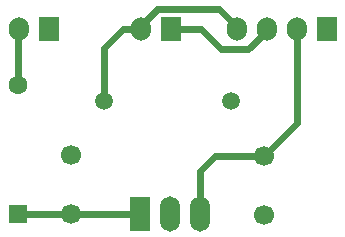
<source format=gbr>
G04*
G04 #@! TF.GenerationSoftware,Altium Limited,Altium Designer,25.8.1 (18)*
G04*
G04 Layer_Physical_Order=1*
G04 Layer_Color=255*
%FSLAX42Y42*%
%MOMM*%
G71*
G04*
G04 #@! TF.SameCoordinates,2F32B27C-ED81-4B25-BD7C-17359FCC7723*
G04*
G04*
G04 #@! TF.FilePolarity,Positive*
G04*
G01*
G75*
%ADD18C,1.60*%
%ADD19R,1.60X1.60*%
%ADD21C,0.60*%
%ADD22C,1.70*%
%ADD23O,1.70X2.00*%
%ADD24R,1.70X2.00*%
%ADD25R,1.70X3.00*%
%ADD26O,1.70X3.00*%
%ADD27C,1.52*%
D18*
X4953Y11186D02*
D03*
D19*
Y10099D02*
D03*
D21*
X5683Y11049D02*
Y11500D01*
X5842Y11659D01*
X5994D01*
X7315Y10867D02*
Y11660D01*
X7036Y10588D02*
X7315Y10867D01*
X6625Y10588D02*
X7036D01*
X6496Y10458D02*
X6625Y10588D01*
X6496Y10099D02*
Y10458D01*
X5405Y10099D02*
X5988D01*
X4953D02*
X5405D01*
X4958Y11654D02*
X4963Y11659D01*
X4958Y11191D02*
Y11654D01*
X4953Y11186D02*
X4958Y11191D01*
X6807Y11660D02*
Y11675D01*
X6654Y11829D02*
X6807Y11675D01*
X6134Y11829D02*
X6654D01*
X5994Y11689D02*
X6134Y11829D01*
X5994Y11659D02*
Y11689D01*
X7061Y11645D02*
Y11660D01*
X6906Y11490D02*
X7061Y11645D01*
X6672Y11490D02*
X6906D01*
X6503Y11659D02*
X6672Y11490D01*
X6248Y11659D02*
X6503D01*
D22*
X7036Y10588D02*
D03*
Y10088D02*
D03*
X5405Y10099D02*
D03*
Y10599D02*
D03*
D23*
X5994Y11659D02*
D03*
X7061Y11660D02*
D03*
X7315D02*
D03*
X6807D02*
D03*
X4963Y11659D02*
D03*
D24*
X6248D02*
D03*
X7569Y11660D02*
D03*
X5217Y11659D02*
D03*
D25*
X5988Y10099D02*
D03*
D26*
X6242D02*
D03*
X6496D02*
D03*
D27*
X5683Y11049D02*
D03*
X6763D02*
D03*
M02*

</source>
